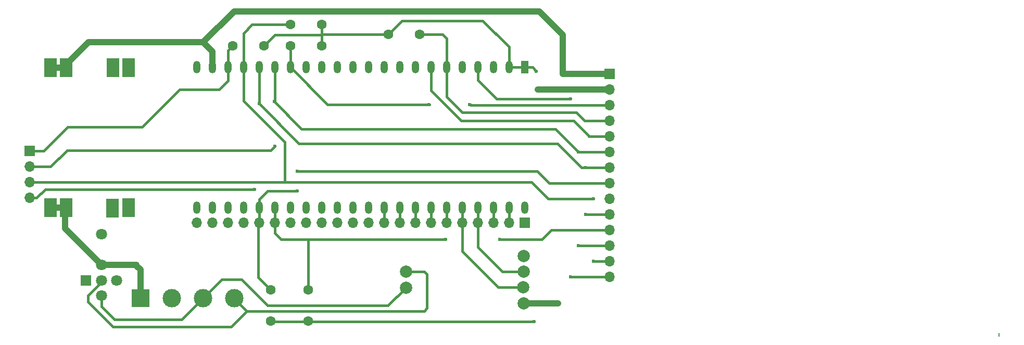
<source format=gbr>
%TF.GenerationSoftware,KiCad,Pcbnew,8.0.6-8.0.6-0~ubuntu24.04.1*%
%TF.CreationDate,2024-11-03T20:07:34+01:00*%
%TF.ProjectId,BmsMonitor,426d734d-6f6e-4697-946f-722e6b696361,rev?*%
%TF.SameCoordinates,Original*%
%TF.FileFunction,Copper,L1,Top*%
%TF.FilePolarity,Positive*%
%FSLAX46Y46*%
G04 Gerber Fmt 4.6, Leading zero omitted, Abs format (unit mm)*
G04 Created by KiCad (PCBNEW 8.0.6-8.0.6-0~ubuntu24.04.1) date 2024-11-03 20:07:34*
%MOMM*%
%LPD*%
G01*
G04 APERTURE LIST*
G04 Aperture macros list*
%AMFreePoly0*
4,1,5,1.500000,-1.000000,-1.500000,-1.000000,-1.500000,1.000000,1.500000,1.000000,1.500000,-1.000000,1.500000,-1.000000,$1*%
G04 Aperture macros list end*
%TA.AperFunction,NonConductor*%
%ADD10C,0.200000*%
%TD*%
%TA.AperFunction,ComponentPad*%
%ADD11R,1.800000X1.800000*%
%TD*%
%TA.AperFunction,ComponentPad*%
%ADD12C,1.800000*%
%TD*%
%TA.AperFunction,ComponentPad*%
%ADD13FreePoly0,90.000000*%
%TD*%
%TA.AperFunction,ComponentPad*%
%ADD14R,1.700000X1.700000*%
%TD*%
%TA.AperFunction,ComponentPad*%
%ADD15O,1.700000X1.700000*%
%TD*%
%TA.AperFunction,ComponentPad*%
%ADD16C,1.600000*%
%TD*%
%TA.AperFunction,ComponentPad*%
%ADD17R,3.000000X3.000000*%
%TD*%
%TA.AperFunction,ComponentPad*%
%ADD18C,3.000000*%
%TD*%
%TA.AperFunction,ComponentPad*%
%ADD19C,2.000000*%
%TD*%
%TA.AperFunction,ComponentPad*%
%ADD20R,1.200000X2.000000*%
%TD*%
%TA.AperFunction,ComponentPad*%
%ADD21O,1.200000X2.000000*%
%TD*%
%TA.AperFunction,ViaPad*%
%ADD22C,0.600000*%
%TD*%
%TA.AperFunction,ViaPad*%
%ADD23C,1.000000*%
%TD*%
%TA.AperFunction,Conductor*%
%ADD24C,0.400000*%
%TD*%
%TA.AperFunction,Conductor*%
%ADD25C,1.000000*%
%TD*%
%TA.AperFunction,Conductor*%
%ADD26C,0.200000*%
%TD*%
G04 APERTURE END LIST*
D10*
X257500000Y-117000000D02*
X257500000Y-117500000D01*
X257500000Y-117000000D01*
D11*
%TO.P,J4,1,1*%
%TO.N,GND*%
X109006000Y-108418000D03*
D12*
%TO.P,J4,2,2*%
%TO.N,+12V*%
X111506000Y-105918000D03*
%TO.P,J4,3,3*%
%TO.N,GND*%
X114006000Y-108418000D03*
%TO.P,J4,4,4*%
%TO.N,CAN_H*%
X111506000Y-110918000D03*
%TO.P,J4,5,5*%
%TO.N,CAN_L*%
X111506000Y-108418000D03*
%TO.P,J4,6,MH1*%
%TO.N,unconnected-(J4-MH1-Pad6)*%
X111506000Y-100868000D03*
%TD*%
D13*
%TO.P,U1,1,In+*%
%TO.N,+12V*%
X103200200Y-96621600D03*
%TO.P,U1,2*%
X105765600Y-96621600D03*
%TO.P,U1,3*%
%TO.N,GND*%
X113334800Y-96647000D03*
%TO.P,U1,4,In-*%
X115925600Y-96621600D03*
%TO.P,U1,5,Out-*%
X115951000Y-73787000D03*
%TO.P,U1,6*%
X113360200Y-73812400D03*
%TO.P,U1,7*%
%TO.N,+5V*%
X105791000Y-73787000D03*
%TO.P,U1,8,Out+*%
X103225600Y-73787000D03*
%TD*%
D14*
%TO.P,J1,1,Pin_1*%
%TO.N,SD_CS*%
X99822000Y-87376000D03*
D15*
%TO.P,J1,2,Pin_2*%
%TO.N,LCD_MOSI*%
X99822000Y-89916000D03*
%TO.P,J1,3,Pin_3*%
%TO.N,LCD_MISO*%
X99822000Y-92456000D03*
%TO.P,J1,4,Pin_4*%
%TO.N,LCD_CLK*%
X99822000Y-94996000D03*
%TD*%
D16*
%TO.P,R2,1*%
%TO.N,+3V3*%
X147315000Y-66802000D03*
%TO.P,R2,2*%
%TO.N,LCD_MISO*%
X142235000Y-66802000D03*
%TD*%
D14*
%TO.P,U5,1,+5V*%
%TO.N,+5V*%
X194183000Y-74820000D03*
D15*
%TO.P,U5,2,GND*%
%TO.N,GND*%
X194183000Y-77360000D03*
%TO.P,U5,3,LCD_CS*%
%TO.N,LCD_CS*%
X194183000Y-79900000D03*
%TO.P,U5,4,LCD_RESET*%
%TO.N,LCD_RESET*%
X194183000Y-82440000D03*
%TO.P,U5,5,LCD_DC/RS*%
%TO.N,LCD_DC{slash}RS*%
X194183000Y-84980000D03*
%TO.P,U5,6,LCD_MOSI*%
%TO.N,LCD_MOSI*%
X194183000Y-87520000D03*
%TO.P,U5,7,LCD_CLK*%
%TO.N,LCD_CLK*%
X194183000Y-90060000D03*
%TO.P,U5,8,Backlight*%
%TO.N,Backlight*%
X194183000Y-92600000D03*
%TO.P,U5,9,LCD_MISO*%
%TO.N,unconnected-(U5-LCD_MISO-Pad9)*%
X194183000Y-95140000D03*
%TO.P,U5,10,T_CLK*%
%TO.N,LCD_CLK*%
X194183000Y-97680000D03*
%TO.P,U5,11,T_CS*%
%TO.N,T_CS*%
X194183000Y-100220000D03*
%TO.P,U5,12,T_DIN*%
%TO.N,LCD_MOSI*%
X194183000Y-102760000D03*
%TO.P,U5,13,T_DO*%
%TO.N,LCD_MISO*%
X194183000Y-105300000D03*
%TO.P,U5,14,T_IRQ*%
%TO.N,T_IRQ*%
X194183000Y-107840000D03*
%TD*%
D16*
%TO.P,R6,1*%
%TO.N,+3V3*%
X158140400Y-68402200D03*
%TO.P,R6,2*%
%TO.N,LCD_RESET*%
X163220400Y-68402200D03*
%TD*%
%TO.P,R3,1*%
%TO.N,+3V3*%
X145161000Y-115062000D03*
%TO.P,R3,2*%
%TO.N,T_CS*%
X145161000Y-109982000D03*
%TD*%
D14*
%TO.P,J2,1,Pin_1*%
%TO.N,GND*%
X180314600Y-99034600D03*
D15*
%TO.P,J2,2,Pin_2*%
%TO.N,Net-(J2-Pin_2)*%
X177774600Y-99034600D03*
%TO.P,J2,3,Pin_3*%
%TO.N,Net-(J2-Pin_3)*%
X175234600Y-99034600D03*
%TO.P,J2,4,Pin_4*%
%TO.N,CAN_RX*%
X172694600Y-99034600D03*
%TO.P,J2,5,Pin_5*%
%TO.N,CAN_TX*%
X170154600Y-99034600D03*
%TO.P,J2,6,Pin_6*%
%TO.N,MTMS*%
X167614600Y-99034600D03*
%TO.P,J2,7,Pin_7*%
%TO.N,MTDI*%
X165074600Y-99034600D03*
%TO.P,J2,8,Pin_8*%
%TO.N,MTDO*%
X162534600Y-99034600D03*
%TO.P,J2,9,Pin_9*%
%TO.N,MTCK*%
X159994600Y-99034600D03*
%TO.P,J2,10,Pin_10*%
%TO.N,3col_LED*%
X157454600Y-99034600D03*
%TO.P,J2,11,Pin_11*%
%TO.N,unconnected-(J2-Pin_11-Pad11)*%
X154914600Y-99034600D03*
%TO.P,J2,12,Pin_12*%
%TO.N,unconnected-(J2-Pin_12-Pad12)*%
X152374600Y-99034600D03*
%TO.P,J2,13,Pin_13*%
%TO.N,unconnected-(J2-Pin_13-Pad13)*%
X149834600Y-99034600D03*
%TO.P,J2,14,Pin_14*%
%TO.N,unconnected-(J2-Pin_14-Pad14)*%
X147294600Y-99034600D03*
%TO.P,J2,15,Pin_15*%
%TO.N,unconnected-(J2-Pin_15-Pad15)*%
X144754600Y-99034600D03*
%TO.P,J2,16,Pin_16*%
%TO.N,unconnected-(J2-Pin_16-Pad16)*%
X142214600Y-99034600D03*
%TO.P,J2,17,Pin_17*%
%TO.N,T_CS*%
X139674600Y-99034600D03*
%TO.P,J2,18,Pin_18*%
%TO.N,Backlight*%
X137134600Y-99034600D03*
%TO.P,J2,19,Pin_19*%
%TO.N,unconnected-(J2-Pin_19-Pad19)*%
X134594600Y-99034600D03*
%TO.P,J2,20,Pin_20*%
%TO.N,unconnected-(J2-Pin_20-Pad20)*%
X132054600Y-99034600D03*
%TO.P,J2,21,Pin_21*%
%TO.N,GND*%
X129514600Y-99034600D03*
%TO.P,J2,22,Pin_22*%
X126974600Y-99034600D03*
%TD*%
D17*
%TO.P,J3,1,Pin_1*%
%TO.N,+12V*%
X117830600Y-111353600D03*
D18*
%TO.P,J3,2,Pin_2*%
%TO.N,GND*%
X122910600Y-111353600D03*
%TO.P,J3,3,Pin_3*%
%TO.N,CAN_H*%
X127990600Y-111353600D03*
%TO.P,J3,4,Pin_4*%
%TO.N,CAN_L*%
X133070600Y-111353600D03*
%TD*%
D16*
%TO.P,R1,1*%
%TO.N,+3V3*%
X147315000Y-70231000D03*
%TO.P,R1,2*%
%TO.N,LCD_CS*%
X142235000Y-70231000D03*
%TD*%
D19*
%TO.P,U3,1,Gnd*%
%TO.N,GND*%
X180198700Y-104482900D03*
%TO.P,U3,2,RX*%
%TO.N,CAN_RX*%
X180147900Y-106997500D03*
%TO.P,U3,3,TX*%
%TO.N,CAN_TX*%
X180122500Y-109562900D03*
%TO.P,U3,4,VCC*%
%TO.N,+5V*%
X180147900Y-112153700D03*
%TO.P,U3,5,CanH*%
%TO.N,CAN_H*%
X161047100Y-109588300D03*
%TO.P,U3,6,CanL*%
%TO.N,CAN_L*%
X161021700Y-106997500D03*
%TD*%
D16*
%TO.P,R4,1*%
%TO.N,+3V3*%
X139014200Y-115062000D03*
%TO.P,R4,2*%
%TO.N,Backlight*%
X139014200Y-109982000D03*
%TD*%
%TO.P,R5,1*%
%TO.N,+3V3*%
X137917000Y-70231000D03*
%TO.P,R5,2*%
%TO.N,SD_CS*%
X132837000Y-70231000D03*
%TD*%
D20*
%TO.P,U2,1,3V3*%
%TO.N,+3V3*%
X180340000Y-73761600D03*
D21*
%TO.P,U2,2,3V3*%
X177800000Y-73761600D03*
%TO.P,U2,3,CHIP_PU*%
%TO.N,RST*%
X175260000Y-73761600D03*
%TO.P,U2,4,GPIO4/ADC1_CH3*%
%TO.N,T_IRQ*%
X172720000Y-73761600D03*
%TO.P,U2,5,GPIO5/ADC1_CH4*%
%TO.N,unconnected-(U2-GPIO5{slash}ADC1_CH4-Pad5)*%
X170180000Y-73761600D03*
%TO.P,U2,6,GPIO6/ADC1_CH5*%
%TO.N,LCD_RESET*%
X167640000Y-73761600D03*
%TO.P,U2,7,GPIO7/ADC1_CH6*%
%TO.N,LCD_DC{slash}RS*%
X165100000Y-73761600D03*
%TO.P,U2,8,GPIO15/ADC2_CH4/32K_P*%
%TO.N,unconnected-(U2-GPIO15{slash}ADC2_CH4{slash}32K_P-Pad8)*%
X162560000Y-73761600D03*
%TO.P,U2,9,GPIO16/ADC2_CH5/32K_N*%
%TO.N,unconnected-(U2-GPIO16{slash}ADC2_CH5{slash}32K_N-Pad9)*%
X160020000Y-73761600D03*
%TO.P,U2,10,GPIO17/ADC2_CH6*%
%TO.N,unconnected-(U2-GPIO17{slash}ADC2_CH6-Pad10)*%
X157480000Y-73761600D03*
%TO.P,U2,11,GPIO18/ADC2_CH7*%
%TO.N,unconnected-(U2-GPIO18{slash}ADC2_CH7-Pad11)*%
X154940000Y-73761600D03*
%TO.P,U2,12,GPIO8/ADC1_CH7*%
%TO.N,unconnected-(U2-GPIO8{slash}ADC1_CH7-Pad12)*%
X152400000Y-73761600D03*
%TO.P,U2,13,GPIO3/ADC1_CH2*%
%TO.N,unconnected-(U2-GPIO3{slash}ADC1_CH2-Pad13)*%
X149860000Y-73761600D03*
%TO.P,U2,14,GPIO46*%
%TO.N,unconnected-(U2-GPIO46-Pad14)*%
X147320000Y-73761600D03*
%TO.P,U2,15,GPIO9/ADC1_CH8*%
%TO.N,unconnected-(U2-GPIO9{slash}ADC1_CH8-Pad15)*%
X144780000Y-73761600D03*
%TO.P,U2,16,GPIO10/ADC1_CH9*%
%TO.N,LCD_CS*%
X142240000Y-73761600D03*
%TO.P,U2,17,GPIO11/ADC2_CH0*%
%TO.N,LCD_MOSI*%
X139700000Y-73761600D03*
%TO.P,U2,18,GPIO12/ADC2_CH1*%
%TO.N,LCD_CLK*%
X137160000Y-73761600D03*
%TO.P,U2,19,GPIO13/ADC2_CH2*%
%TO.N,LCD_MISO*%
X134620000Y-73761600D03*
%TO.P,U2,20,GPIO14/ADC2_CH3*%
%TO.N,SD_CS*%
X132082720Y-73757920D03*
%TO.P,U2,21,5V*%
%TO.N,+5V*%
X129542720Y-73757920D03*
%TO.P,U2,22,GND*%
%TO.N,GND*%
X127002720Y-73757920D03*
%TO.P,U2,23,GND*%
X127000000Y-96621600D03*
%TO.P,U2,24,GND*%
X129540000Y-96621600D03*
%TO.P,U2,25,GPIO19/USB_D-*%
%TO.N,unconnected-(U2-GPIO19{slash}USB_D--Pad25)*%
X132080000Y-96621600D03*
%TO.P,U2,26,GPIO20/USB_D+*%
%TO.N,unconnected-(U2-GPIO20{slash}USB_D+-Pad26)*%
X134620000Y-96621600D03*
%TO.P,U2,27,GPIO21*%
%TO.N,Backlight*%
X137160000Y-96621600D03*
%TO.P,U2,28,GPIO47*%
%TO.N,T_CS*%
X139700000Y-96621600D03*
%TO.P,U2,29,GPIO48*%
%TO.N,unconnected-(U2-GPIO48-Pad29)*%
X142240000Y-96621600D03*
%TO.P,U2,30,GPIO45*%
%TO.N,unconnected-(U2-GPIO45-Pad30)*%
X144780000Y-96621600D03*
%TO.P,U2,31,GPIO0*%
%TO.N,BOOT*%
X147320000Y-96621600D03*
%TO.P,U2,32,GPIO35*%
%TO.N,unconnected-(U2-GPIO35-Pad32)*%
X149860000Y-96621600D03*
%TO.P,U2,33,GPIO36*%
%TO.N,unconnected-(U2-GPIO36-Pad33)*%
X152400000Y-96621600D03*
%TO.P,U2,34,GPIO37*%
%TO.N,unconnected-(U2-GPIO37-Pad34)*%
X154940000Y-96621600D03*
%TO.P,U2,35,GPIO38*%
%TO.N,3col_LED*%
X157480000Y-96621600D03*
%TO.P,U2,36,GPIO39/MTCK*%
%TO.N,MTCK*%
X160020000Y-96621600D03*
%TO.P,U2,37,GPIO40/MTDO*%
%TO.N,MTDO*%
X162560000Y-96621600D03*
%TO.P,U2,38,GPIO41/MTDI*%
%TO.N,MTDI*%
X165100000Y-96621600D03*
%TO.P,U2,39,GPIO42/MTMS*%
%TO.N,MTMS*%
X167640000Y-96621600D03*
%TO.P,U2,40,GPIO2/ADC1_CH1*%
%TO.N,CAN_TX*%
X170180000Y-96621600D03*
%TO.P,U2,41,GPIO1/ADC1_CH0*%
%TO.N,CAN_RX*%
X172720000Y-96621600D03*
%TO.P,U2,42,GPIO44/U0RXD*%
%TO.N,Net-(J2-Pin_3)*%
X175260000Y-96621600D03*
%TO.P,U2,43,GPIO43/U0TXD*%
%TO.N,Net-(J2-Pin_2)*%
X177800000Y-96621600D03*
%TO.P,U2,44,GND*%
%TO.N,GND*%
X180340000Y-96621600D03*
%TD*%
D22*
%TO.N,T_CS*%
X167513000Y-101727000D03*
X176276000Y-101727000D03*
%TO.N,T_IRQ*%
X187833000Y-107823000D03*
X187833000Y-78867000D03*
D23*
%TO.N,GND*%
X182499000Y-77360000D03*
D22*
%TO.N,LCD_MISO*%
X191516000Y-95140000D03*
X191516000Y-105300000D03*
%TO.N,+3V3*%
X181864000Y-115112800D03*
X182245000Y-74422000D03*
D23*
%TO.N,+5V*%
X185801000Y-112141000D03*
X186537600Y-74803000D03*
D22*
%TO.N,LCD_MOSI*%
X189103000Y-102743000D03*
X139700000Y-86614000D03*
X139649200Y-79349600D03*
X189090300Y-87503000D03*
%TO.N,Backlight*%
X143383000Y-93853000D03*
X143383000Y-90678000D03*
%TO.N,LCD_CS*%
X171399200Y-79806800D03*
X164769800Y-79781400D03*
%TO.N,LCD_CLK*%
X136398000Y-93599000D03*
X190246000Y-90060000D03*
X137160000Y-79679800D03*
X190246000Y-97663000D03*
%TD*%
D24*
%TO.N,CAN_L*%
X135102600Y-113411000D02*
X132562600Y-115951000D01*
X132562600Y-115951000D02*
X113411000Y-115951000D01*
X113411000Y-115951000D02*
X109347000Y-111887000D01*
X109347000Y-110871000D02*
X111506000Y-108712000D01*
X109347000Y-111887000D02*
X109347000Y-110871000D01*
X111506000Y-108712000D02*
X111506000Y-108418000D01*
%TO.N,CAN_H*%
X113665000Y-114808000D02*
X111506000Y-112649000D01*
X127990600Y-111353600D02*
X124536200Y-114808000D01*
X111506000Y-112649000D02*
X111506000Y-110918000D01*
D25*
%TO.N,+12V*%
X117830600Y-106654600D02*
X117221000Y-106045000D01*
X117221000Y-106045000D02*
X117221000Y-105918000D01*
X111506000Y-105918000D02*
X117221000Y-105918000D01*
X117830600Y-106654600D02*
X117830600Y-111353600D01*
X111506000Y-105918000D02*
X105562400Y-99974400D01*
X105562400Y-99974400D02*
X105562400Y-96621600D01*
X105562400Y-96621600D02*
X103200200Y-96621600D01*
D24*
%TO.N,LCD_CLK*%
X136398000Y-93599000D02*
X102362000Y-93599000D01*
X102362000Y-93599000D02*
X100965000Y-94996000D01*
X100965000Y-94996000D02*
X99822000Y-94996000D01*
D25*
%TO.N,+5V*%
X105791000Y-73787000D02*
X103225600Y-73787000D01*
D24*
%TO.N,Backlight*%
X143383000Y-90678000D02*
X182372000Y-90678000D01*
X182372000Y-90678000D02*
X184294000Y-92600000D01*
X184294000Y-92600000D02*
X194183000Y-92600000D01*
%TO.N,LCD_MISO*%
X191516000Y-95140000D02*
X184167000Y-95140000D01*
X184167000Y-95140000D02*
X181483000Y-92456000D01*
X181483000Y-92456000D02*
X99822000Y-92456000D01*
X141312900Y-92240100D02*
X141312900Y-85890100D01*
X141312900Y-85890100D02*
X134620000Y-79197200D01*
X134620000Y-79197200D02*
X134620000Y-73761600D01*
%TO.N,Backlight*%
X137160000Y-95250000D02*
X137160000Y-96621600D01*
X143383000Y-93853000D02*
X138557000Y-93853000D01*
X138557000Y-93853000D02*
X137160000Y-95250000D01*
%TO.N,T_CS*%
X167513000Y-101727000D02*
X145288000Y-101727000D01*
X145288000Y-101727000D02*
X140716000Y-101727000D01*
X145161000Y-109982000D02*
X145161000Y-101854000D01*
X145161000Y-101854000D02*
X145288000Y-101727000D01*
X176276000Y-101727000D02*
X183134000Y-101727000D01*
X183134000Y-101727000D02*
X184641000Y-100220000D01*
X184641000Y-100220000D02*
X194183000Y-100220000D01*
X140716000Y-101727000D02*
X139700000Y-100711000D01*
X139700000Y-100711000D02*
X139700000Y-96621600D01*
D25*
%TO.N,GND*%
X194183000Y-77360000D02*
X182499000Y-77360000D01*
%TO.N,+5V*%
X186537600Y-74803000D02*
X188366400Y-74803000D01*
X188366400Y-74803000D02*
X188383400Y-74820000D01*
X186537600Y-74803000D02*
X186537600Y-68503800D01*
X186537600Y-68503800D02*
X182693800Y-64660000D01*
X182693800Y-64660000D02*
X133079000Y-64660000D01*
X133079000Y-64660000D02*
X128041400Y-69697600D01*
X188383400Y-74820000D02*
X194183000Y-74820000D01*
X185801000Y-112141000D02*
X183083200Y-112141000D01*
X183083200Y-112141000D02*
X183070500Y-112153700D01*
X183070500Y-112153700D02*
X180147900Y-112153700D01*
D24*
%TO.N,T_IRQ*%
X187833000Y-107823000D02*
X187850000Y-107840000D01*
X187850000Y-107840000D02*
X194183000Y-107840000D01*
%TO.N,LCD_MOSI*%
X191380600Y-102760000D02*
X194183000Y-102760000D01*
X189103000Y-102743000D02*
X191363600Y-102743000D01*
X191363600Y-102743000D02*
X191380600Y-102760000D01*
%TO.N,T_IRQ*%
X172720000Y-73761600D02*
X172720000Y-75819000D01*
X172720000Y-75819000D02*
X175768000Y-78867000D01*
X175768000Y-78867000D02*
X187833000Y-78867000D01*
%TO.N,+3V3*%
X181584600Y-73761600D02*
X180340000Y-73761600D01*
X182245000Y-74422000D02*
X181584600Y-73761600D01*
X139065000Y-115112800D02*
X139014200Y-115062000D01*
X181864000Y-115112800D02*
X139065000Y-115112800D01*
%TO.N,CAN_H*%
X138531600Y-112522000D02*
X158113400Y-112522000D01*
X127990600Y-111353600D02*
X128016000Y-111353600D01*
X128016000Y-111353600D02*
X131114800Y-108254800D01*
X158113400Y-112522000D02*
X161047100Y-109588300D01*
X131114800Y-108254800D02*
X134264400Y-108254800D01*
X134264400Y-108254800D02*
X138531600Y-112522000D01*
%TO.N,CAN_L*%
X164020500Y-106997500D02*
X164465000Y-107442000D01*
X164007800Y-113411000D02*
X135102600Y-113411000D01*
X135102600Y-113411000D02*
X133070600Y-111379000D01*
X161021700Y-106997500D02*
X164020500Y-106997500D01*
X133070600Y-111379000D02*
X133070600Y-111353600D01*
X164465000Y-112953800D02*
X164007800Y-113411000D01*
X164465000Y-107442000D02*
X164465000Y-112953800D01*
%TO.N,LCD_MISO*%
X134620000Y-73761600D02*
X134620000Y-68199000D01*
X136017000Y-66802000D02*
X142235000Y-66802000D01*
X134620000Y-68199000D02*
X136017000Y-66802000D01*
X191516000Y-105300000D02*
X194183000Y-105300000D01*
%TO.N,+3V3*%
X139695000Y-68453000D02*
X137917000Y-70231000D01*
X147315000Y-68453000D02*
X147315000Y-68199000D01*
X147315000Y-70231000D02*
X147315000Y-68453000D01*
X177800000Y-70434200D02*
X173532800Y-66167000D01*
X177800000Y-70434200D02*
X177774600Y-70459600D01*
X147315000Y-68453000D02*
X139695000Y-68453000D01*
X160375600Y-66167000D02*
X158140400Y-68402200D01*
X180340000Y-73761600D02*
X177800000Y-73761600D01*
X173532800Y-66167000D02*
X160375600Y-66167000D01*
X177800000Y-73761600D02*
X177800000Y-70561200D01*
X147315000Y-68199000D02*
X147315000Y-66802000D01*
X147518200Y-68402200D02*
X147315000Y-68199000D01*
X177800000Y-70561200D02*
X177800000Y-70434200D01*
X158140400Y-68402200D02*
X147518200Y-68402200D01*
D25*
%TO.N,+5V*%
X128041400Y-69697600D02*
X129542720Y-71198920D01*
X109372400Y-69697600D02*
X105537000Y-73533000D01*
X128041400Y-69697600D02*
X109372400Y-69697600D01*
X129542720Y-73757920D02*
X129542720Y-71198920D01*
D24*
%TO.N,MTMS*%
X167640000Y-99009200D02*
X167614600Y-99034600D01*
X167640000Y-96621600D02*
X167640000Y-99009200D01*
%TO.N,LCD_MOSI*%
X189090300Y-87503000D02*
X189090300Y-87490300D01*
X189090300Y-87503000D02*
X189107300Y-87520000D01*
X105918000Y-87249000D02*
X103251000Y-89916000D01*
X189107300Y-87520000D02*
X194183000Y-87520000D01*
X185369200Y-83769200D02*
X144068800Y-83769200D01*
X189090300Y-87490300D02*
X185369200Y-83769200D01*
X103251000Y-89916000D02*
X99822000Y-89916000D01*
X139700000Y-86614000D02*
X139065000Y-87249000D01*
X139649200Y-79349600D02*
X139700000Y-79298800D01*
X139065000Y-87249000D02*
X105918000Y-87249000D01*
X144068800Y-83769200D02*
X139649200Y-79349600D01*
X139700000Y-79298800D02*
X139700000Y-73761600D01*
%TO.N,Backlight*%
X137007600Y-99110800D02*
X137007600Y-107924600D01*
X137083800Y-99034600D02*
X137007600Y-99110800D01*
X137134600Y-99034600D02*
X137083800Y-99034600D01*
X137134600Y-99034600D02*
X137134600Y-96647000D01*
X139014200Y-109931200D02*
X139014200Y-109982000D01*
X137007600Y-107924600D02*
X139014200Y-109931200D01*
X137134600Y-96647000D02*
X137160000Y-96621600D01*
%TO.N,LCD_RESET*%
X167640000Y-73761600D02*
X167640000Y-78536800D01*
X167640000Y-78536800D02*
X170180000Y-81076800D01*
X167640000Y-69062600D02*
X166979600Y-68402200D01*
X190110600Y-82440000D02*
X194183000Y-82440000D01*
X167640000Y-73761600D02*
X167640000Y-69062600D01*
X170180000Y-81076800D02*
X188747400Y-81076800D01*
X188747400Y-81076800D02*
X190110600Y-82440000D01*
X166979600Y-68402200D02*
X163220400Y-68402200D01*
%TO.N,Net-(J2-Pin_2)*%
X177800000Y-96621600D02*
X177800000Y-99009200D01*
D26*
X177800000Y-99009200D02*
X177774600Y-99034600D01*
D24*
%TO.N,LCD_CS*%
X194183000Y-79900000D02*
X171568600Y-79900000D01*
X142240000Y-73761600D02*
X148285200Y-79806800D01*
X142240000Y-70236000D02*
X142235000Y-70231000D01*
X148285200Y-79806800D02*
X164871400Y-79806800D01*
X171568600Y-79900000D02*
X171526200Y-79857600D01*
X142240000Y-73761600D02*
X142240000Y-70236000D01*
%TO.N,CAN_TX*%
X170180000Y-99009200D02*
X170154600Y-99034600D01*
X170180000Y-96621600D02*
X170180000Y-99009200D01*
X176009300Y-109562900D02*
X180122500Y-109562900D01*
X170154600Y-103708200D02*
X176009300Y-109562900D01*
X170154600Y-99034600D02*
X170154600Y-103708200D01*
%TO.N,LCD_CLK*%
X190263000Y-97680000D02*
X194183000Y-97680000D01*
X137160000Y-79679800D02*
X137160000Y-73761600D01*
X185648600Y-86156800D02*
X143637000Y-86156800D01*
X190246000Y-90060000D02*
X194183000Y-90060000D01*
X143637000Y-86156800D02*
X137160000Y-79679800D01*
X190246000Y-90060000D02*
X189551800Y-90060000D01*
X189551800Y-90060000D02*
X185648600Y-86156800D01*
X190246000Y-97663000D02*
X190263000Y-97680000D01*
%TO.N,MTDI*%
X165100000Y-96621600D02*
X165100000Y-99009200D01*
D26*
X165100000Y-99009200D02*
X165074600Y-99034600D01*
%TO.N,Net-(J2-Pin_3)*%
X175260000Y-99009200D02*
X175234600Y-99034600D01*
D24*
X175260000Y-96621600D02*
X175260000Y-99009200D01*
D26*
%TO.N,MTDO*%
X162560000Y-99009200D02*
X162534600Y-99034600D01*
D24*
X162560000Y-96621600D02*
X162560000Y-99009200D01*
%TO.N,LCD_DC{slash}RS*%
X165100000Y-77495400D02*
X170027600Y-82423000D01*
X190813200Y-84980000D02*
X194183000Y-84980000D01*
X190804800Y-84988400D02*
X190813200Y-84980000D01*
X188315600Y-82423000D02*
X190804800Y-84912200D01*
X190804800Y-84912200D02*
X190804800Y-84988400D01*
X170027600Y-82423000D02*
X188315600Y-82423000D01*
X165100000Y-73761600D02*
X165100000Y-77495400D01*
%TO.N,CAN_RX*%
X172720000Y-99009200D02*
X172694600Y-99034600D01*
X172720000Y-96621600D02*
X172720000Y-99009200D01*
X172694600Y-103022400D02*
X176682400Y-107010200D01*
X172694600Y-99034600D02*
X172694600Y-103022400D01*
X176682400Y-107010200D02*
X176695100Y-106997500D01*
X176695100Y-106997500D02*
X180147900Y-106997500D01*
%TO.N,SD_CS*%
X124206000Y-77343000D02*
X130683000Y-77343000D01*
X106045000Y-83439000D02*
X118110000Y-83439000D01*
X118110000Y-83439000D02*
X124206000Y-77343000D01*
X132082720Y-73757920D02*
X132082720Y-70985280D01*
X99822000Y-87376000D02*
X102108000Y-87376000D01*
X132082720Y-70985280D02*
X132837000Y-70231000D01*
X130683000Y-77343000D02*
X132082720Y-75943280D01*
X132082720Y-75943280D02*
X132082720Y-73757920D01*
X102108000Y-87376000D02*
X106045000Y-83439000D01*
%TO.N,MTCK*%
X160020000Y-96621600D02*
X160020000Y-99009200D01*
X160020000Y-99009200D02*
X159994600Y-99034600D01*
%TO.N,3col_LED*%
X157454600Y-99034600D02*
X157454600Y-96647000D01*
D26*
X157454600Y-96647000D02*
X157480000Y-96621600D01*
D24*
%TO.N,CAN_H*%
X124536200Y-114808000D02*
X113665000Y-114808000D01*
%TD*%
M02*

</source>
